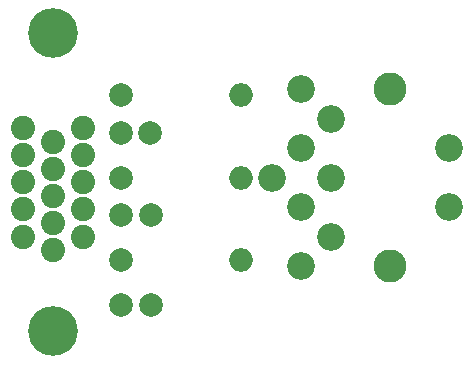
<source format=gbr>
G04 #@! TF.GenerationSoftware,KiCad,Pcbnew,8.0.7*
G04 #@! TF.CreationDate,2025-02-16T23:41:52-07:00*
G04 #@! TF.ProjectId,PC8801mkII VGA,50433838-3031-46d6-9b49-49205647412e,rev?*
G04 #@! TF.SameCoordinates,Original*
G04 #@! TF.FileFunction,Soldermask,Bot*
G04 #@! TF.FilePolarity,Negative*
%FSLAX46Y46*%
G04 Gerber Fmt 4.6, Leading zero omitted, Abs format (unit mm)*
G04 Created by KiCad (PCBNEW 8.0.7) date 2025-02-16 23:41:52*
%MOMM*%
%LPD*%
G01*
G04 APERTURE LIST*
%ADD10C,2.800000*%
%ADD11C,2.350000*%
%ADD12C,2.051000*%
%ADD13C,4.210000*%
%ADD14C,2.000000*%
%ADD15O,2.000000X2.000000*%
G04 APERTURE END LIST*
D10*
X206930000Y-114815000D03*
X206930000Y-99815000D03*
D11*
X201930000Y-102315000D03*
X201930000Y-107315000D03*
X201930000Y-112315000D03*
X199430000Y-104815000D03*
X199430000Y-109815000D03*
X199430000Y-99815000D03*
X199430000Y-114815000D03*
X196930000Y-107315000D03*
X211930000Y-109815000D03*
X211930000Y-104815000D03*
D12*
X180975000Y-112284256D03*
X180975000Y-109994192D03*
X180975000Y-107704128D03*
X180975000Y-105414064D03*
X180975000Y-103124000D03*
X178435000Y-113426999D03*
X178435000Y-111136999D03*
X178435000Y-108847001D03*
X178435000Y-106557000D03*
X178435000Y-104267000D03*
X175895000Y-112283999D03*
X175895000Y-109993999D03*
X175895000Y-107704001D03*
X175895000Y-105414000D03*
X175895000Y-103124000D03*
D13*
X178435000Y-95072200D03*
X178435000Y-120319800D03*
D14*
X186690000Y-118110000D03*
X184190000Y-118110000D03*
X184150000Y-107315000D03*
D15*
X194310000Y-107315000D03*
D14*
X186650000Y-103505000D03*
X184150000Y-103505000D03*
X184150000Y-100330000D03*
D15*
X194310000Y-100330000D03*
D14*
X184150000Y-114300000D03*
D15*
X194310000Y-114300000D03*
D14*
X186670000Y-110490000D03*
X184170000Y-110490000D03*
M02*

</source>
